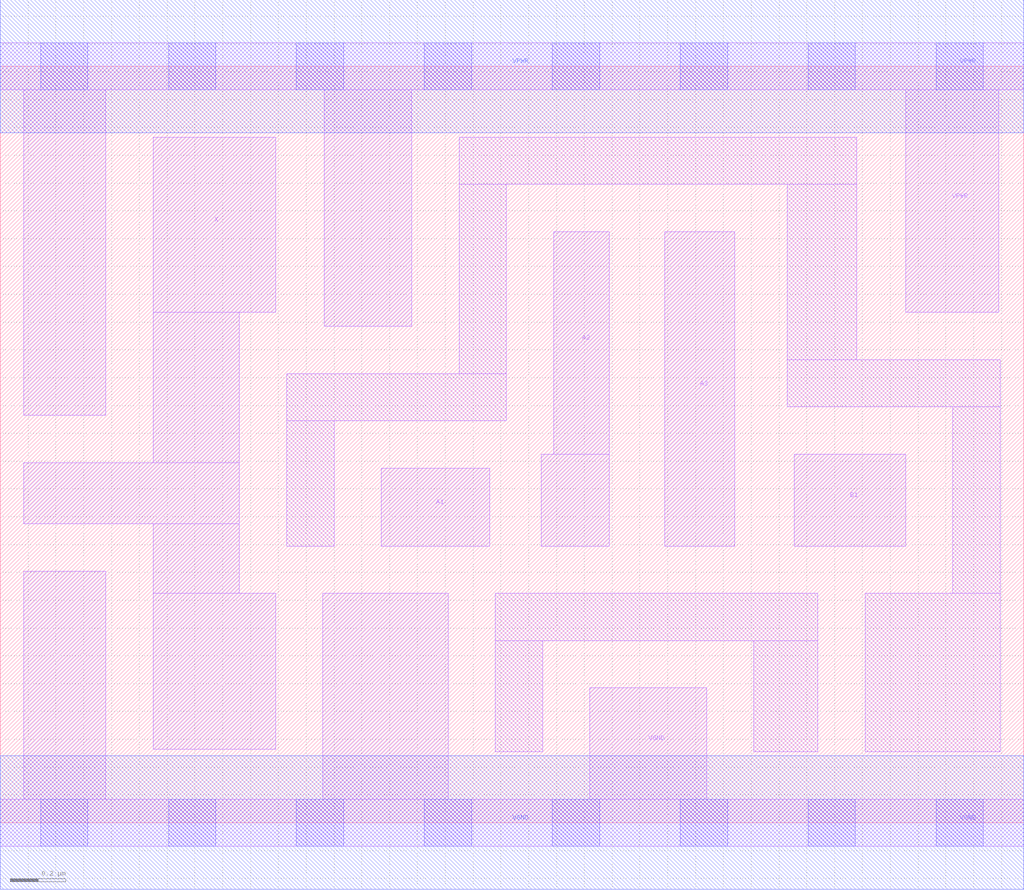
<source format=lef>
# Copyright 2020 The SkyWater PDK Authors
#
# Licensed under the Apache License, Version 2.0 (the "License");
# you may not use this file except in compliance with the License.
# You may obtain a copy of the License at
#
#     https://www.apache.org/licenses/LICENSE-2.0
#
# Unless required by applicable law or agreed to in writing, software
# distributed under the License is distributed on an "AS IS" BASIS,
# WITHOUT WARRANTIES OR CONDITIONS OF ANY KIND, either express or implied.
# See the License for the specific language governing permissions and
# limitations under the License.
#
# SPDX-License-Identifier: Apache-2.0

VERSION 5.7 ;
  NAMESCASESENSITIVE ON ;
  NOWIREEXTENSIONATPIN ON ;
  DIVIDERCHAR "/" ;
  BUSBITCHARS "[]" ;
UNITS
  DATABASE MICRONS 200 ;
END UNITS
MACRO sky130_fd_sc_hd__o31a_2
  CLASS CORE ;
  SOURCE USER ;
  FOREIGN sky130_fd_sc_hd__o31a_2 ;
  ORIGIN  0.000000  0.000000 ;
  SIZE  3.680000 BY  2.720000 ;
  SYMMETRY X Y R90 ;
  SITE unithd ;
  PIN A1
    ANTENNAGATEAREA  0.247500 ;
    DIRECTION INPUT ;
    USE SIGNAL ;
    PORT
      LAYER li1 ;
        RECT 1.370000 0.995000 1.760000 1.275000 ;
    END
  END A1
  PIN A2
    ANTENNAGATEAREA  0.247500 ;
    DIRECTION INPUT ;
    USE SIGNAL ;
    PORT
      LAYER li1 ;
        RECT 1.945000 0.995000 2.190000 1.325000 ;
        RECT 1.990000 1.325000 2.190000 2.125000 ;
    END
  END A2
  PIN A3
    ANTENNAGATEAREA  0.247500 ;
    DIRECTION INPUT ;
    USE SIGNAL ;
    PORT
      LAYER li1 ;
        RECT 2.390000 0.995000 2.640000 2.125000 ;
    END
  END A3
  PIN B1
    ANTENNAGATEAREA  0.247500 ;
    DIRECTION INPUT ;
    USE SIGNAL ;
    PORT
      LAYER li1 ;
        RECT 2.855000 0.995000 3.255000 1.325000 ;
    END
  END B1
  PIN X
    ANTENNADIFFAREA  0.577500 ;
    DIRECTION OUTPUT ;
    USE SIGNAL ;
    PORT
      LAYER li1 ;
        RECT 0.085000 1.075000 0.860000 1.295000 ;
        RECT 0.550000 0.265000 0.990000 0.825000 ;
        RECT 0.550000 0.825000 0.860000 1.075000 ;
        RECT 0.550000 1.295000 0.860000 1.835000 ;
        RECT 0.550000 1.835000 0.990000 2.465000 ;
    END
  END X
  PIN VGND
    DIRECTION INOUT ;
    SHAPE ABUTMENT ;
    USE GROUND ;
    PORT
      LAYER li1 ;
        RECT 0.000000 -0.085000 3.680000 0.085000 ;
        RECT 0.085000  0.085000 0.380000 0.905000 ;
        RECT 1.160000  0.085000 1.610000 0.825000 ;
        RECT 2.120000  0.085000 2.540000 0.485000 ;
      LAYER mcon ;
        RECT 0.145000 -0.085000 0.315000 0.085000 ;
        RECT 0.605000 -0.085000 0.775000 0.085000 ;
        RECT 1.065000 -0.085000 1.235000 0.085000 ;
        RECT 1.525000 -0.085000 1.695000 0.085000 ;
        RECT 1.985000 -0.085000 2.155000 0.085000 ;
        RECT 2.445000 -0.085000 2.615000 0.085000 ;
        RECT 2.905000 -0.085000 3.075000 0.085000 ;
        RECT 3.365000 -0.085000 3.535000 0.085000 ;
      LAYER met1 ;
        RECT 0.000000 -0.240000 3.680000 0.240000 ;
    END
  END VGND
  PIN VPWR
    DIRECTION INOUT ;
    SHAPE ABUTMENT ;
    USE POWER ;
    PORT
      LAYER li1 ;
        RECT 0.000000 2.635000 3.680000 2.805000 ;
        RECT 0.085000 1.465000 0.380000 2.635000 ;
        RECT 1.165000 1.785000 1.480000 2.635000 ;
        RECT 3.255000 1.835000 3.590000 2.635000 ;
      LAYER mcon ;
        RECT 0.145000 2.635000 0.315000 2.805000 ;
        RECT 0.605000 2.635000 0.775000 2.805000 ;
        RECT 1.065000 2.635000 1.235000 2.805000 ;
        RECT 1.525000 2.635000 1.695000 2.805000 ;
        RECT 1.985000 2.635000 2.155000 2.805000 ;
        RECT 2.445000 2.635000 2.615000 2.805000 ;
        RECT 2.905000 2.635000 3.075000 2.805000 ;
        RECT 3.365000 2.635000 3.535000 2.805000 ;
      LAYER met1 ;
        RECT 0.000000 2.480000 3.680000 2.960000 ;
    END
  END VPWR
  OBS
    LAYER li1 ;
      RECT 1.030000 0.995000 1.200000 1.445000 ;
      RECT 1.030000 1.445000 1.820000 1.615000 ;
      RECT 1.650000 1.615000 1.820000 2.295000 ;
      RECT 1.650000 2.295000 3.080000 2.465000 ;
      RECT 1.780000 0.255000 1.950000 0.655000 ;
      RECT 1.780000 0.655000 2.940000 0.825000 ;
      RECT 2.710000 0.255000 2.940000 0.655000 ;
      RECT 2.830000 1.495000 3.595000 1.665000 ;
      RECT 2.830000 1.665000 3.080000 2.295000 ;
      RECT 3.110000 0.255000 3.595000 0.825000 ;
      RECT 3.425000 0.825000 3.595000 1.495000 ;
  END
END sky130_fd_sc_hd__o31a_2
END LIBRARY

</source>
